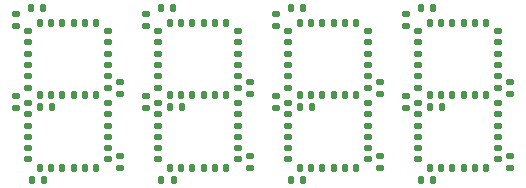
<source format=gbr>
%TF.GenerationSoftware,KiCad,Pcbnew,(6.0.0)*%
%TF.CreationDate,2022-03-30T13:23:40+02:00*%
%TF.ProjectId,led_display_digit,6c65645f-6469-4737-906c-61795f646967,rev?*%
%TF.SameCoordinates,Original*%
%TF.FileFunction,Paste,Top*%
%TF.FilePolarity,Positive*%
%FSLAX46Y46*%
G04 Gerber Fmt 4.6, Leading zero omitted, Abs format (unit mm)*
G04 Created by KiCad (PCBNEW (6.0.0)) date 2022-03-30 13:23:40*
%MOMM*%
%LPD*%
G01*
G04 APERTURE LIST*
G04 Aperture macros list*
%AMRoundRect*
0 Rectangle with rounded corners*
0 $1 Rounding radius*
0 $2 $3 $4 $5 $6 $7 $8 $9 X,Y pos of 4 corners*
0 Add a 4 corners polygon primitive as box body*
4,1,4,$2,$3,$4,$5,$6,$7,$8,$9,$2,$3,0*
0 Add four circle primitives for the rounded corners*
1,1,$1+$1,$2,$3*
1,1,$1+$1,$4,$5*
1,1,$1+$1,$6,$7*
1,1,$1+$1,$8,$9*
0 Add four rect primitives between the rounded corners*
20,1,$1+$1,$2,$3,$4,$5,0*
20,1,$1+$1,$4,$5,$6,$7,0*
20,1,$1+$1,$6,$7,$8,$9,0*
20,1,$1+$1,$8,$9,$2,$3,0*%
G04 Aperture macros list end*
%ADD10RoundRect,0.147500X-0.172500X0.147500X-0.172500X-0.147500X0.172500X-0.147500X0.172500X0.147500X0*%
%ADD11RoundRect,0.147500X0.147500X0.172500X-0.147500X0.172500X-0.147500X-0.172500X0.147500X-0.172500X0*%
%ADD12RoundRect,0.135000X0.185000X-0.135000X0.185000X0.135000X-0.185000X0.135000X-0.185000X-0.135000X0*%
%ADD13RoundRect,0.135000X0.135000X0.185000X-0.135000X0.185000X-0.135000X-0.185000X0.135000X-0.185000X0*%
%ADD14RoundRect,0.147500X0.172500X-0.147500X0.172500X0.147500X-0.172500X0.147500X-0.172500X-0.147500X0*%
%ADD15RoundRect,0.135000X-0.185000X0.135000X-0.185000X-0.135000X0.185000X-0.135000X0.185000X0.135000X0*%
%ADD16RoundRect,0.147500X-0.147500X-0.172500X0.147500X-0.172500X0.147500X0.172500X-0.147500X0.172500X0*%
G04 APERTURE END LIST*
D10*
%TO.C,D6*%
X80800000Y-62722500D03*
X80800000Y-63692500D03*
%TD*%
D11*
%TO.C,D3*%
X79785000Y-58200000D03*
X78815000Y-58200000D03*
%TD*%
D10*
%TO.C,D81*%
X107000000Y-58907500D03*
X107000000Y-59877500D03*
%TD*%
D11*
%TO.C,D73*%
X112785000Y-70500000D03*
X111815000Y-70500000D03*
%TD*%
D12*
%TO.C,R6*%
X73000000Y-58510000D03*
X73000000Y-57490000D03*
%TD*%
D10*
%TO.C,D7*%
X80800000Y-65000000D03*
X80800000Y-65970000D03*
%TD*%
%TO.C,D16*%
X74000000Y-62722500D03*
X74000000Y-63692500D03*
%TD*%
D13*
%TO.C,R25*%
X108310000Y-71500000D03*
X107290000Y-71500000D03*
%TD*%
D12*
%TO.C,R26*%
X106000000Y-65410000D03*
X106000000Y-64390000D03*
%TD*%
D14*
%TO.C,D17*%
X74000000Y-61785000D03*
X74000000Y-60815000D03*
%TD*%
D10*
%TO.C,D18*%
X74000000Y-58907500D03*
X74000000Y-59877500D03*
%TD*%
%TO.C,D58*%
X96000000Y-62722500D03*
X96000000Y-63692500D03*
%TD*%
D11*
%TO.C,D66*%
X112785000Y-58200000D03*
X111815000Y-58200000D03*
%TD*%
D10*
%TO.C,D46*%
X102800000Y-58907500D03*
X102800000Y-59877500D03*
%TD*%
D14*
%TO.C,D38*%
X85000000Y-61785000D03*
X85000000Y-60815000D03*
%TD*%
D10*
%TO.C,D39*%
X85000000Y-58907500D03*
X85000000Y-59877500D03*
%TD*%
%TO.C,D25*%
X91800000Y-58907500D03*
X91800000Y-59877500D03*
%TD*%
D14*
%TO.C,D80*%
X107000000Y-61785000D03*
X107000000Y-60815000D03*
%TD*%
%TO.C,D8*%
X80800000Y-67877500D03*
X80800000Y-66907500D03*
%TD*%
D10*
%TO.C,D70*%
X113800000Y-65000000D03*
X113800000Y-65970000D03*
%TD*%
D14*
%TO.C,D29*%
X91800000Y-67877500D03*
X91800000Y-66907500D03*
%TD*%
D12*
%TO.C,R19*%
X95000000Y-65410000D03*
X95000000Y-64390000D03*
%TD*%
D10*
%TO.C,D48*%
X102800000Y-62722500D03*
X102800000Y-63692500D03*
%TD*%
D11*
%TO.C,D21*%
X79785000Y-64292500D03*
X78815000Y-64292500D03*
%TD*%
D13*
%TO.C,R1*%
X75260000Y-57000000D03*
X74240000Y-57000000D03*
%TD*%
D15*
%TO.C,R9*%
X92800000Y-63190000D03*
X92800000Y-64210000D03*
%TD*%
D10*
%TO.C,D69*%
X113800000Y-62722500D03*
X113800000Y-63692500D03*
%TD*%
%TO.C,D51*%
X102800000Y-68815000D03*
X102800000Y-69785000D03*
%TD*%
%TO.C,D28*%
X91800000Y-65000000D03*
X91800000Y-65970000D03*
%TD*%
D13*
%TO.C,R7*%
X76010000Y-65300000D03*
X74990000Y-65300000D03*
%TD*%
D16*
%TO.C,D62*%
X98907500Y-64292500D03*
X99877500Y-64292500D03*
%TD*%
D14*
%TO.C,D5*%
X80800000Y-61785000D03*
X80800000Y-60815000D03*
%TD*%
%TO.C,D14*%
X74000000Y-67877500D03*
X74000000Y-66907500D03*
%TD*%
D10*
%TO.C,D67*%
X113800000Y-58907500D03*
X113800000Y-59877500D03*
%TD*%
D16*
%TO.C,D83*%
X109907500Y-64292500D03*
X110877500Y-64292500D03*
%TD*%
D14*
%TO.C,D59*%
X96000000Y-61785000D03*
X96000000Y-60815000D03*
%TD*%
D11*
%TO.C,D61*%
X97970000Y-64292500D03*
X97000000Y-64292500D03*
%TD*%
D14*
%TO.C,D56*%
X96000000Y-67877500D03*
X96000000Y-66907500D03*
%TD*%
D10*
%TO.C,D34*%
X85000000Y-68815000D03*
X85000000Y-69785000D03*
%TD*%
D12*
%TO.C,R12*%
X84000000Y-65410000D03*
X84000000Y-64390000D03*
%TD*%
D11*
%TO.C,D63*%
X101785000Y-64292500D03*
X100815000Y-64292500D03*
%TD*%
%TO.C,D42*%
X90785000Y-64292500D03*
X89815000Y-64292500D03*
%TD*%
D14*
%TO.C,D50*%
X102800000Y-67877500D03*
X102800000Y-66907500D03*
%TD*%
D13*
%TO.C,R8*%
X86260000Y-57000000D03*
X85240000Y-57000000D03*
%TD*%
%TO.C,R28*%
X109010000Y-65300000D03*
X107990000Y-65300000D03*
%TD*%
D12*
%TO.C,R5*%
X73000000Y-65410000D03*
X73000000Y-64390000D03*
%TD*%
D11*
%TO.C,D31*%
X90785000Y-70500000D03*
X89815000Y-70500000D03*
%TD*%
D10*
%TO.C,D4*%
X80800000Y-58907500D03*
X80800000Y-59877500D03*
%TD*%
D12*
%TO.C,R13*%
X84000000Y-58510000D03*
X84000000Y-57490000D03*
%TD*%
D11*
%TO.C,D1*%
X75970000Y-58200000D03*
X75000000Y-58200000D03*
%TD*%
%TO.C,D24*%
X90785000Y-58200000D03*
X89815000Y-58200000D03*
%TD*%
D15*
%TO.C,R16*%
X103800000Y-63190000D03*
X103800000Y-64210000D03*
%TD*%
%TO.C,R2*%
X81800000Y-63190000D03*
X81800000Y-64210000D03*
%TD*%
D10*
%TO.C,D76*%
X107000000Y-68815000D03*
X107000000Y-69785000D03*
%TD*%
%TO.C,D72*%
X113800000Y-68815000D03*
X113800000Y-69785000D03*
%TD*%
D11*
%TO.C,D54*%
X97970000Y-70500000D03*
X97000000Y-70500000D03*
%TD*%
D15*
%TO.C,R3*%
X81800000Y-69490000D03*
X81800000Y-70510000D03*
%TD*%
D10*
%TO.C,D9*%
X80800000Y-68815000D03*
X80800000Y-69785000D03*
%TD*%
D16*
%TO.C,D20*%
X76907500Y-64292500D03*
X77877500Y-64292500D03*
%TD*%
D11*
%TO.C,D40*%
X86970000Y-64292500D03*
X86000000Y-64292500D03*
%TD*%
%TO.C,D84*%
X112785000Y-64292500D03*
X111815000Y-64292500D03*
%TD*%
%TO.C,D45*%
X101785000Y-58200000D03*
X100815000Y-58200000D03*
%TD*%
D16*
%TO.C,D53*%
X98907500Y-70500000D03*
X99877500Y-70500000D03*
%TD*%
D15*
%TO.C,R24*%
X114800000Y-69490000D03*
X114800000Y-70510000D03*
%TD*%
D16*
%TO.C,D2*%
X76907500Y-58200000D03*
X77877500Y-58200000D03*
%TD*%
%TO.C,D11*%
X76907500Y-70500000D03*
X77877500Y-70500000D03*
%TD*%
D10*
%TO.C,D60*%
X96000000Y-58907500D03*
X96000000Y-59877500D03*
%TD*%
D11*
%TO.C,D52*%
X101785000Y-70500000D03*
X100815000Y-70500000D03*
%TD*%
D14*
%TO.C,D26*%
X91800000Y-61785000D03*
X91800000Y-60815000D03*
%TD*%
D15*
%TO.C,R17*%
X103800000Y-69490000D03*
X103800000Y-70510000D03*
%TD*%
D10*
%TO.C,D30*%
X91800000Y-68815000D03*
X91800000Y-69785000D03*
%TD*%
%TO.C,D57*%
X96000000Y-65000000D03*
X96000000Y-65970000D03*
%TD*%
D13*
%TO.C,R18*%
X97310000Y-71500000D03*
X96290000Y-71500000D03*
%TD*%
D14*
%TO.C,D35*%
X85000000Y-67877500D03*
X85000000Y-66907500D03*
%TD*%
D11*
%TO.C,D75*%
X108970000Y-70500000D03*
X108000000Y-70500000D03*
%TD*%
%TO.C,D10*%
X79785000Y-70500000D03*
X78815000Y-70500000D03*
%TD*%
D16*
%TO.C,D74*%
X109907500Y-70500000D03*
X110877500Y-70500000D03*
%TD*%
D10*
%TO.C,D27*%
X91800000Y-62722500D03*
X91800000Y-63692500D03*
%TD*%
D12*
%TO.C,R20*%
X95000000Y-58510000D03*
X95000000Y-57490000D03*
%TD*%
D13*
%TO.C,R22*%
X108260000Y-57000000D03*
X107240000Y-57000000D03*
%TD*%
D10*
%TO.C,D49*%
X102800000Y-65000000D03*
X102800000Y-65970000D03*
%TD*%
D13*
%TO.C,R15*%
X97260000Y-57000000D03*
X96240000Y-57000000D03*
%TD*%
D11*
%TO.C,D12*%
X75970000Y-70500000D03*
X75000000Y-70500000D03*
%TD*%
D10*
%TO.C,D15*%
X74000000Y-65000000D03*
X74000000Y-65970000D03*
%TD*%
D16*
%TO.C,D65*%
X109907500Y-58200000D03*
X110877500Y-58200000D03*
%TD*%
D11*
%TO.C,D22*%
X86970000Y-58200000D03*
X86000000Y-58200000D03*
%TD*%
D13*
%TO.C,R14*%
X87010000Y-65300000D03*
X85990000Y-65300000D03*
%TD*%
D10*
%TO.C,D37*%
X85000000Y-62722500D03*
X85000000Y-63692500D03*
%TD*%
%TO.C,D79*%
X107000000Y-62722500D03*
X107000000Y-63692500D03*
%TD*%
D13*
%TO.C,R4*%
X75310000Y-71500000D03*
X74290000Y-71500000D03*
%TD*%
D16*
%TO.C,D44*%
X98907500Y-58200000D03*
X99877500Y-58200000D03*
%TD*%
D14*
%TO.C,D68*%
X113800000Y-61785000D03*
X113800000Y-60815000D03*
%TD*%
D15*
%TO.C,R10*%
X92800000Y-69490000D03*
X92800000Y-70510000D03*
%TD*%
D11*
%TO.C,D82*%
X108970000Y-64292500D03*
X108000000Y-64292500D03*
%TD*%
D14*
%TO.C,D77*%
X107000000Y-67877500D03*
X107000000Y-66907500D03*
%TD*%
D11*
%TO.C,D19*%
X75970000Y-64292500D03*
X75000000Y-64292500D03*
%TD*%
%TO.C,D33*%
X86970000Y-70500000D03*
X86000000Y-70500000D03*
%TD*%
D13*
%TO.C,R21*%
X98010000Y-65300000D03*
X96990000Y-65300000D03*
%TD*%
D10*
%TO.C,D13*%
X74000000Y-68815000D03*
X74000000Y-69785000D03*
%TD*%
%TO.C,D78*%
X107000000Y-65000000D03*
X107000000Y-65970000D03*
%TD*%
D14*
%TO.C,D71*%
X113800000Y-67877500D03*
X113800000Y-66907500D03*
%TD*%
D11*
%TO.C,D64*%
X108970000Y-58200000D03*
X108000000Y-58200000D03*
%TD*%
D16*
%TO.C,D23*%
X87907500Y-58200000D03*
X88877500Y-58200000D03*
%TD*%
D10*
%TO.C,D55*%
X96000000Y-68815000D03*
X96000000Y-69785000D03*
%TD*%
D14*
%TO.C,D47*%
X102800000Y-61785000D03*
X102800000Y-60815000D03*
%TD*%
D16*
%TO.C,D41*%
X87907500Y-64292500D03*
X88877500Y-64292500D03*
%TD*%
D10*
%TO.C,D36*%
X85000000Y-65000000D03*
X85000000Y-65970000D03*
%TD*%
D16*
%TO.C,D32*%
X87907500Y-70500000D03*
X88877500Y-70500000D03*
%TD*%
D15*
%TO.C,R23*%
X114800000Y-63190000D03*
X114800000Y-64210000D03*
%TD*%
D12*
%TO.C,R27*%
X106000000Y-58510000D03*
X106000000Y-57490000D03*
%TD*%
D11*
%TO.C,D43*%
X97970000Y-58200000D03*
X97000000Y-58200000D03*
%TD*%
D13*
%TO.C,R11*%
X86310000Y-71500000D03*
X85290000Y-71500000D03*
%TD*%
M02*

</source>
